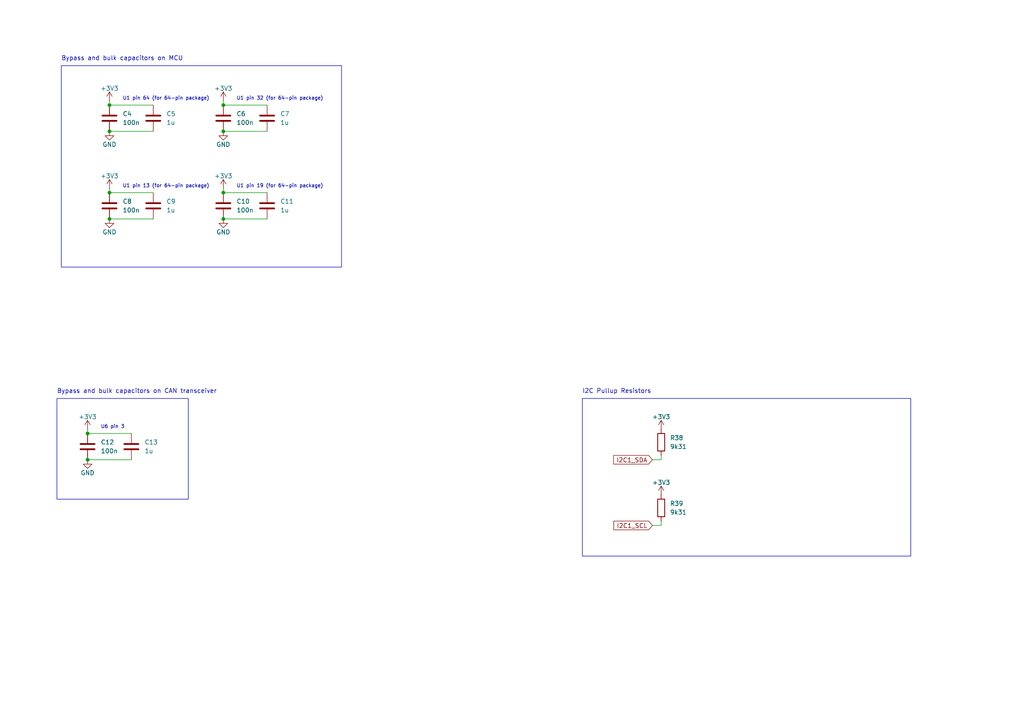
<source format=kicad_sch>
(kicad_sch (version 20231120) (generator "eeschema") (generator_version "8.0")
  (paper "A4")
  (lib_symbols
    (symbol "Device:C" (pin_numbers hide) (pin_names (offset 0.254))
      (property "Reference" "C" (at 0.635 2.54 0))
      (property "Value" "C" (at 0.635 -2.54 0))
      (symbol "C_0_1"
        (polyline (pts (xy -2.032 -0.762) (xy 2.032 -0.762)) (stroke (width 0.508)))
        (polyline (pts (xy -2.032 0.762) (xy 2.032 0.762)) (stroke (width 0.508)))
      )
      (symbol "C_1_1"
        (pin passive line (at 0 3.81 270) (length 2.794) (name "~") (number "1"))
        (pin passive line (at 0 -3.81 90) (length 2.794) (name "~") (number "2"))
      )
    )
    (symbol "Device:R" (pin_numbers hide) (pin_names (offset 0))
      (property "Reference" "R" (at 2.032 0 90))
      (property "Value" "R" (at 0 0 90))
      (symbol "R_0_1"
        (rectangle (start -1.016 -2.54) (end 1.016 2.54) (stroke (width 0.254)))
      )
      (symbol "R_1_1"
        (pin passive line (at 0 3.81 270) (length 1.27) (name "~") (number "1"))
        (pin passive line (at 0 -3.81 90) (length 1.27) (name "~") (number "2"))
      )
    )
    (symbol "power:+3V3" (power) (pin_numbers hide) (pin_names (offset 0) hide)
      (property "Value" "+3V3" (at 0 3.556 0))
      (symbol "+3V3_0_1"
        (polyline (pts (xy -0.762 1.27) (xy 0 2.54)))
        (polyline (pts (xy 0 0) (xy 0 2.54)))
        (polyline (pts (xy 0 2.54) (xy 0.762 1.27)))
      )
      (symbol "+3V3_1_1"
        (pin power_in line (at 0 0 90) (length 0) (name "~") (number "1"))
      )
    )
    (symbol "power:GND" (power) (pin_numbers hide) (pin_names (offset 0) hide)
      (property "Value" "GND" (at 0 -3.81 0))
      (symbol "GND_0_1"
        (polyline (pts (xy 0 0) (xy 0 -1.27) (xy 1.27 -1.27) (xy 0 -2.54) (xy -1.27 -1.27) (xy 0 -1.27)))
      )
      (symbol "GND_1_1"
        (pin power_in line (at 0 0 270) (length 0) (name "~") (number "1"))
      )
    )
  )
  (junction (at 31.75 63.5))
  (junction (at 31.75 55.88))
  (junction (at 25.4 133.35))
  (junction (at 31.75 30.48))
  (junction (at 64.77 30.48))
  (junction (at 31.75 38.1))
  (junction (at 64.77 38.1))
  (junction (at 64.77 55.88))
  (junction (at 64.77 63.5))
  (junction (at 25.4 125.73))
  (wire (pts (xy 44.45 30.48) (xy 31.75 30.48)))
  (wire (pts (xy 77.47 55.88) (xy 64.77 55.88)))
  (wire (pts (xy 64.77 54.61) (xy 64.77 55.88)))
  (wire (pts (xy 191.77 133.35) (xy 191.77 132.08)))
  (wire (pts (xy 64.77 29.21) (xy 64.77 30.48)))
  (wire (pts (xy 64.77 63.5) (xy 77.47 63.5)))
  (wire (pts (xy 31.75 29.21) (xy 31.75 30.48)))
  (wire (pts (xy 44.45 55.88) (xy 31.75 55.88)))
  (wire (pts (xy 64.77 38.1) (xy 77.47 38.1)))
  (wire (pts (xy 38.1 125.73) (xy 25.4 125.73)))
  (wire (pts (xy 31.75 54.61) (xy 31.75 55.88)))
  (wire (pts (xy 191.77 152.4) (xy 189.23 152.4)))
  (wire (pts (xy 31.75 38.1) (xy 44.45 38.1)))
  (wire (pts (xy 191.77 151.13) (xy 191.77 152.4)))
  (wire (pts (xy 77.47 30.48) (xy 64.77 30.48)))
  (wire (pts (xy 25.4 133.35) (xy 38.1 133.35)))
  (wire (pts (xy 31.75 63.5) (xy 44.45 63.5)))
  (wire (pts (xy 189.23 133.35) (xy 191.77 133.35)))
  (wire (pts (xy 25.4 124.46) (xy 25.4 125.73)))
  (rectangle (start 16.51 115.57) (end 54.61 144.78))
  (rectangle (start 17.78 19.05) (end 99.06 77.47))
  (rectangle (start 168.91 115.57) (end 264.16 161.29))
  (text "U6 pin 3" (at 29.21 124.46 0) (effects (font (size 1 1)) (justify left bottom)))
  (text "U1 pin 64 (for 64-pin package)" (at 35.56 29.21 0) (effects (font (size 1 1)) (justify left bottom)))
  (text "I2C Pullup Resistors" (at 168.91 114.3 0) (effects (font (size 1.27 1.27)) (justify left bottom)))
  (text "U1 pin 32 (for 64-pin package)" (at 68.58 29.21 0) (effects (font (size 1 1)) (justify left bottom)))
  (text "U1 pin 19 (for 64-pin package)" (at 68.58 54.61 0) (effects (font (size 1 1)) (justify left bottom)))
  (text "U1 pin 13 (for 64-pin package)" (at 35.56 54.61 0) (effects (font (size 1 1)) (justify left bottom)))
  (text "Bypass and bulk capacitors on CAN transceiver" (at 16.51 114.3 0) (effects (font (size 1.27 1.27)) (justify left bottom)))
  (text "Bypass and bulk capacitors on MCU" (at 17.78 17.78 0) (effects (font (size 1.27 1.27)) (justify left bottom)))
  (global_label "I2C1_SCL" (shape input) (at 189.23 152.4 180) (property "Intersheetrefs" "${INTERSHEET_REFS}" (effects (hide yes))))
  (global_label "I2C1_SDA" (shape input) (at 189.23 133.35 180) (property "Intersheetrefs" "${INTERSHEET_REFS}" (effects (hide yes))))
  (symbol (lib_id "Device:C") (at 64.77 34.29 0) (unit 1)
    (property "Reference" "C6" (at 68.58 33.02 0) (effects (justify left)))
    (property "Value" "100n" (at 68.58 35.56 0) (effects (justify left)))
    (property "Footprint" "footprints:Nondescript_C_0402_1005Metric" (effects (hide yes)))
    (property "Active" "Y" (effects (hide yes)))
    (property "MPN" "C1525" (effects (hide yes)))
    (property "Manufacturer" "Samsung Electro-Mechanics" (effects (hide yes)))
    (property "Manufacturer Part Number" "CL05B104KO5NNNC" (effects (hide yes)))
    (property "Basic or Extended Component" "Basic" (effects (hide yes)))
  )
  (symbol (lib_id "Device:C") (at 44.45 34.29 0) (unit 1)
    (property "Reference" "C5" (at 48.26 33.02 0) (effects (justify left)))
    (property "Value" "1u" (at 48.26 35.56 0) (effects (justify left)))
    (property "Footprint" "footprints:Nondescript_C_0402_1005Metric" (effects (hide yes)))
    (property "Active" "Y" (effects (hide yes)))
    (property "MPN" "C52923" (effects (hide yes)))
    (property "Manufacturer" "Samsung Electro-Mechanics" (effects (hide yes)))
    (property "Manufacturer Part Number" "CL05A105KA5NQNC" (effects (hide yes)))
    (property "Basic or Extended Component" "Basic" (effects (hide yes)))
  )
  (symbol (lib_id "power:+3V3") (at 25.4 124.46 0) (unit 1)
    (property "Reference" "#PWR040" (effects (hide yes)))
    (property "Value" "+3V3" (at 25.4 120.904 0))
  )
  (symbol (lib_id "Device:R") (at 191.77 128.27 0) (unit 1)
    (property "Reference" "R38" (at 194.31 127 0) (effects (justify left)))
    (property "Value" "9k31" (at 194.31 129.54 0) (effects (justify left)))
    (property "Footprint" "footprints:Nondescript_R_0402_1005Metric" (effects (hide yes)))
    (property "MPN" "C270572" (effects (hide yes)))
    (property "Manufacturer" "UNI-ROYAL(Uniroyal Elec)" (effects (hide yes)))
    (property "Manufacturer Part Number" "0402WGF9311TCE" (effects (hide yes)))
    (property "Active" "Y" (effects (hide yes)))
    (property "Basic or Extended Component" "Basic" (effects (hide yes)))
  )
  (symbol (lib_id "Device:C") (at 64.77 59.69 0) (unit 1)
    (property "Reference" "C10" (at 68.58 58.42 0) (effects (justify left)))
    (property "Value" "100n" (at 68.58 60.96 0) (effects (justify left)))
    (property "Footprint" "footprints:Nondescript_C_0402_1005Metric" (effects (hide yes)))
    (property "Active" "Y" (effects (hide yes)))
    (property "MPN" "C1525" (effects (hide yes)))
    (property "Manufacturer" "Samsung Electro-Mechanics" (effects (hide yes)))
    (property "Manufacturer Part Number" "CL05B104KO5NNNC" (effects (hide yes)))
    (property "Basic or Extended Component" "Basic" (effects (hide yes)))
  )
  (symbol (lib_id "power:GND") (at 64.77 38.1 0) (unit 1)
    (property "Reference" "#PWR035" (effects (hide yes)))
    (property "Value" "GND" (at 64.77 41.91 0))
  )
  (symbol (lib_id "power:+3V3") (at 31.75 54.61 0) (unit 1)
    (property "Reference" "#PWR036" (effects (hide yes)))
    (property "Value" "+3V3" (at 31.75 51.054 0))
  )
  (symbol (lib_id "power:GND") (at 25.4 133.35 0) (unit 1)
    (property "Reference" "#PWR042" (effects (hide yes)))
    (property "Value" "GND" (at 25.4 137.16 0))
  )
  (symbol (lib_id "power:+3V3") (at 191.77 143.51 0) (unit 1)
    (property "Reference" "#PWR043" (effects (hide yes)))
    (property "Value" "+3V3" (at 191.77 139.954 0))
  )
  (symbol (lib_id "power:+3V3") (at 64.77 54.61 0) (unit 1)
    (property "Reference" "#PWR037" (effects (hide yes)))
    (property "Value" "+3V3" (at 64.77 51.054 0))
  )
  (symbol (lib_id "power:GND") (at 31.75 63.5 0) (unit 1)
    (property "Reference" "#PWR038" (effects (hide yes)))
    (property "Value" "GND" (at 31.75 67.31 0))
  )
  (symbol (lib_id "Device:C") (at 44.45 59.69 0) (unit 1)
    (property "Reference" "C9" (at 48.26 58.42 0) (effects (justify left)))
    (property "Value" "1u" (at 48.26 60.96 0) (effects (justify left)))
    (property "Footprint" "footprints:Nondescript_C_0402_1005Metric" (effects (hide yes)))
    (property "Active" "Y" (effects (hide yes)))
    (property "MPN" "C52923" (effects (hide yes)))
    (property "Manufacturer" "Samsung Electro-Mechanics" (effects (hide yes)))
    (property "Manufacturer Part Number" "CL05A105KA5NQNC" (effects (hide yes)))
    (property "Basic or Extended Component" "Basic" (effects (hide yes)))
  )
  (symbol (lib_id "Device:C") (at 77.47 59.69 0) (unit 1)
    (property "Reference" "C11" (at 81.28 58.42 0) (effects (justify left)))
    (property "Value" "1u" (at 81.28 60.96 0) (effects (justify left)))
    (property "Footprint" "footprints:Nondescript_C_0402_1005Metric" (effects (hide yes)))
    (property "Active" "Y" (effects (hide yes)))
    (property "MPN" "C52923" (effects (hide yes)))
    (property "Manufacturer" "Samsung Electro-Mechanics" (effects (hide yes)))
    (property "Manufacturer Part Number" "CL05A105KA5NQNC" (effects (hide yes)))
    (property "Basic or Extended Component" "Basic" (effects (hide yes)))
  )
  (symbol (lib_id "Device:C") (at 31.75 34.29 0) (unit 1)
    (property "Reference" "C4" (at 35.56 33.02 0) (effects (justify left)))
    (property "Value" "100n" (at 35.56 35.56 0) (effects (justify left)))
    (property "Footprint" "footprints:Nondescript_C_0402_1005Metric" (effects (hide yes)))
    (property "Active" "Y" (effects (hide yes)))
    (property "MPN" "C1525" (effects (hide yes)))
    (property "Manufacturer" "Samsung Electro-Mechanics" (effects (hide yes)))
    (property "Manufacturer Part Number" "CL05B104KO5NNNC" (effects (hide yes)))
    (property "Basic or Extended Component" "Basic" (effects (hide yes)))
  )
  (symbol (lib_id "power:GND") (at 31.75 38.1 0) (unit 1)
    (property "Reference" "#PWR034" (effects (hide yes)))
    (property "Value" "GND" (at 31.75 41.91 0))
  )
  (symbol (lib_id "Device:C") (at 38.1 129.54 0) (unit 1)
    (property "Reference" "C13" (at 41.91 128.27 0) (effects (justify left)))
    (property "Value" "1u" (at 41.91 130.81 0) (effects (justify left)))
    (property "Footprint" "footprints:Nondescript_C_0402_1005Metric" (effects (hide yes)))
    (property "Active" "Y" (effects (hide yes)))
    (property "MPN" "C52923" (effects (hide yes)))
    (property "Manufacturer" "Samsung Electro-Mechanics" (effects (hide yes)))
    (property "Manufacturer Part Number" "CL05A105KA5NQNC" (effects (hide yes)))
    (property "Basic or Extended Component" "Basic" (effects (hide yes)))
  )
  (symbol (lib_id "Device:C") (at 77.47 34.29 0) (unit 1)
    (property "Reference" "C7" (at 81.28 33.02 0) (effects (justify left)))
    (property "Value" "1u" (at 81.28 35.56 0) (effects (justify left)))
    (property "Footprint" "footprints:Nondescript_C_0402_1005Metric" (effects (hide yes)))
    (property "Active" "Y" (effects (hide yes)))
    (property "MPN" "C52923" (effects (hide yes)))
    (property "Manufacturer" "Samsung Electro-Mechanics" (effects (hide yes)))
    (property "Manufacturer Part Number" "CL05A105KA5NQNC" (effects (hide yes)))
    (property "Basic or Extended Component" "Basic" (effects (hide yes)))
  )
  (symbol (lib_id "power:+3V3") (at 191.77 124.46 0) (unit 1)
    (property "Reference" "#PWR041" (effects (hide yes)))
    (property "Value" "+3V3" (at 191.77 120.904 0))
  )
  (symbol (lib_id "power:GND") (at 64.77 63.5 0) (unit 1)
    (property "Reference" "#PWR039" (effects (hide yes)))
    (property "Value" "GND" (at 64.77 67.31 0))
  )
  (symbol (lib_id "Device:C") (at 31.75 59.69 0) (unit 1)
    (property "Reference" "C8" (at 35.56 58.42 0) (effects (justify left)))
    (property "Value" "100n" (at 35.56 60.96 0) (effects (justify left)))
    (property "Footprint" "footprints:Nondescript_C_0402_1005Metric" (effects (hide yes)))
    (property "Active" "Y" (effects (hide yes)))
    (property "MPN" "C1525" (effects (hide yes)))
    (property "Manufacturer" "Samsung Electro-Mechanics" (effects (hide yes)))
    (property "Manufacturer Part Number" "CL05B104KO5NNNC" (effects (hide yes)))
    (property "Basic or Extended Component" "Basic" (effects (hide yes)))
  )
  (symbol (lib_id "power:+3V3") (at 31.75 29.21 0) (unit 1)
    (property "Reference" "#PWR032" (effects (hide yes)))
    (property "Value" "+3V3" (at 31.75 25.654 0))
  )
  (symbol (lib_id "power:+3V3") (at 64.77 29.21 0) (unit 1)
    (property "Reference" "#PWR033" (effects (hide yes)))
    (property "Value" "+3V3" (at 64.77 25.654 0))
  )
  (symbol (lib_id "Device:C") (at 25.4 129.54 0) (unit 1)
    (property "Reference" "C12" (at 29.21 128.27 0) (effects (justify left)))
    (property "Value" "100n" (at 29.21 130.81 0) (effects (justify left)))
    (property "Footprint" "footprints:Nondescript_C_0402_1005Metric" (effects (hide yes)))
    (property "Active" "Y" (effects (hide yes)))
    (property "MPN" "C1525" (effects (hide yes)))
    (property "Manufacturer" "Samsung Electro-Mechanics" (effects (hide yes)))
    (property "Manufacturer Part Number" "CL05B104KO5NNNC" (effects (hide yes)))
    (property "Basic or Extended Component" "Basic" (effects (hide yes)))
  )
  (symbol (lib_id "Device:R") (at 191.77 147.32 0) (unit 1)
    (property "Reference" "R39" (at 194.31 146.05 0) (effects (justify left)))
    (property "Value" "9k31" (at 194.31 148.59 0) (effects (justify left)))
    (property "Footprint" "footprints:Nondescript_R_0402_1005Metric" (effects (hide yes)))
    (property "MPN" "C270572" (effects (hide yes)))
    (property "Manufacturer" "UNI-ROYAL(Uniroyal Elec)" (effects (hide yes)))
    (property "Manufacturer Part Number" "0402WGF9311TCE" (effects (hide yes)))
    (property "Active" "Y" (effects (hide yes)))
    (property "Basic or Extended Component" "Basic" (effects (hide yes)))
  )
)
</source>
